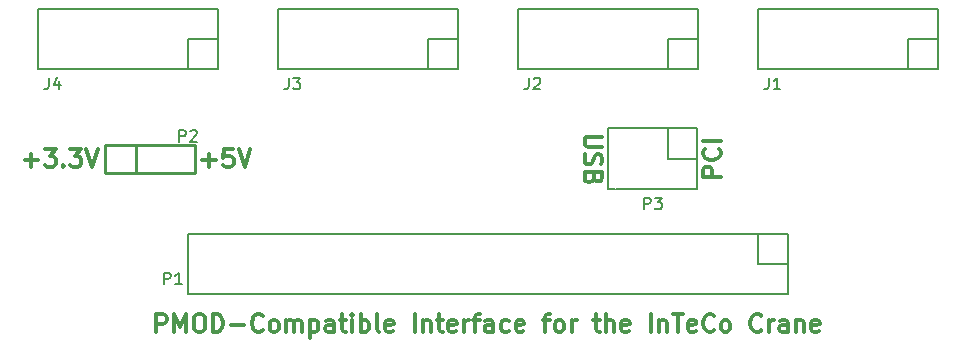
<source format=gbr>
G04 #@! TF.FileFunction,Legend,Top*
%FSLAX46Y46*%
G04 Gerber Fmt 4.6, Leading zero omitted, Abs format (unit mm)*
G04 Created by KiCad (PCBNEW 4.0.2+dfsg1-stable) date Wed 17 Oct 2018 17:21:07 BST*
%MOMM*%
G01*
G04 APERTURE LIST*
%ADD10C,0.100000*%
%ADD11C,0.300000*%
%ADD12C,0.150000*%
%ADD13C,0.254000*%
%ADD14C,0.200000*%
G04 APERTURE END LIST*
D10*
D11*
X157031429Y-93357143D02*
X155817143Y-93357143D01*
X155674286Y-93428571D01*
X155602857Y-93500000D01*
X155531429Y-93642857D01*
X155531429Y-93928571D01*
X155602857Y-94071429D01*
X155674286Y-94142857D01*
X155817143Y-94214286D01*
X157031429Y-94214286D01*
X155602857Y-94857143D02*
X155531429Y-95071429D01*
X155531429Y-95428572D01*
X155602857Y-95571429D01*
X155674286Y-95642858D01*
X155817143Y-95714286D01*
X155960000Y-95714286D01*
X156102857Y-95642858D01*
X156174286Y-95571429D01*
X156245714Y-95428572D01*
X156317143Y-95142858D01*
X156388571Y-95000000D01*
X156460000Y-94928572D01*
X156602857Y-94857143D01*
X156745714Y-94857143D01*
X156888571Y-94928572D01*
X156960000Y-95000000D01*
X157031429Y-95142858D01*
X157031429Y-95500000D01*
X156960000Y-95714286D01*
X156317143Y-96857143D02*
X156245714Y-97071429D01*
X156174286Y-97142857D01*
X156031429Y-97214286D01*
X155817143Y-97214286D01*
X155674286Y-97142857D01*
X155602857Y-97071429D01*
X155531429Y-96928571D01*
X155531429Y-96357143D01*
X157031429Y-96357143D01*
X157031429Y-96857143D01*
X156960000Y-97000000D01*
X156888571Y-97071429D01*
X156745714Y-97142857D01*
X156602857Y-97142857D01*
X156460000Y-97071429D01*
X156388571Y-97000000D01*
X156317143Y-96857143D01*
X156317143Y-96357143D01*
X167048571Y-96750000D02*
X165548571Y-96750000D01*
X165548571Y-96178572D01*
X165620000Y-96035714D01*
X165691429Y-95964286D01*
X165834286Y-95892857D01*
X166048571Y-95892857D01*
X166191429Y-95964286D01*
X166262857Y-96035714D01*
X166334286Y-96178572D01*
X166334286Y-96750000D01*
X166905714Y-94392857D02*
X166977143Y-94464286D01*
X167048571Y-94678572D01*
X167048571Y-94821429D01*
X166977143Y-95035714D01*
X166834286Y-95178572D01*
X166691429Y-95250000D01*
X166405714Y-95321429D01*
X166191429Y-95321429D01*
X165905714Y-95250000D01*
X165762857Y-95178572D01*
X165620000Y-95035714D01*
X165548571Y-94821429D01*
X165548571Y-94678572D01*
X165620000Y-94464286D01*
X165691429Y-94392857D01*
X167048571Y-93750000D02*
X165548571Y-93750000D01*
X108125001Y-95357143D02*
X109267858Y-95357143D01*
X108696429Y-95928571D02*
X108696429Y-94785714D01*
X109839287Y-94428571D02*
X110767858Y-94428571D01*
X110267858Y-95000000D01*
X110482144Y-95000000D01*
X110625001Y-95071429D01*
X110696430Y-95142857D01*
X110767858Y-95285714D01*
X110767858Y-95642857D01*
X110696430Y-95785714D01*
X110625001Y-95857143D01*
X110482144Y-95928571D01*
X110053572Y-95928571D01*
X109910715Y-95857143D01*
X109839287Y-95785714D01*
X111410715Y-95785714D02*
X111482143Y-95857143D01*
X111410715Y-95928571D01*
X111339286Y-95857143D01*
X111410715Y-95785714D01*
X111410715Y-95928571D01*
X111982144Y-94428571D02*
X112910715Y-94428571D01*
X112410715Y-95000000D01*
X112625001Y-95000000D01*
X112767858Y-95071429D01*
X112839287Y-95142857D01*
X112910715Y-95285714D01*
X112910715Y-95642857D01*
X112839287Y-95785714D01*
X112767858Y-95857143D01*
X112625001Y-95928571D01*
X112196429Y-95928571D01*
X112053572Y-95857143D01*
X111982144Y-95785714D01*
X113339286Y-94428571D02*
X113839286Y-95928571D01*
X114339286Y-94428571D01*
X123166429Y-95357143D02*
X124309286Y-95357143D01*
X123737857Y-95928571D02*
X123737857Y-94785714D01*
X125737858Y-94428571D02*
X125023572Y-94428571D01*
X124952143Y-95142857D01*
X125023572Y-95071429D01*
X125166429Y-95000000D01*
X125523572Y-95000000D01*
X125666429Y-95071429D01*
X125737858Y-95142857D01*
X125809286Y-95285714D01*
X125809286Y-95642857D01*
X125737858Y-95785714D01*
X125666429Y-95857143D01*
X125523572Y-95928571D01*
X125166429Y-95928571D01*
X125023572Y-95857143D01*
X124952143Y-95785714D01*
X126237857Y-94428571D02*
X126737857Y-95928571D01*
X127237857Y-94428571D01*
X119284286Y-109898571D02*
X119284286Y-108398571D01*
X119855714Y-108398571D01*
X119998572Y-108470000D01*
X120070000Y-108541429D01*
X120141429Y-108684286D01*
X120141429Y-108898571D01*
X120070000Y-109041429D01*
X119998572Y-109112857D01*
X119855714Y-109184286D01*
X119284286Y-109184286D01*
X120784286Y-109898571D02*
X120784286Y-108398571D01*
X121284286Y-109470000D01*
X121784286Y-108398571D01*
X121784286Y-109898571D01*
X122784286Y-108398571D02*
X123070000Y-108398571D01*
X123212858Y-108470000D01*
X123355715Y-108612857D01*
X123427143Y-108898571D01*
X123427143Y-109398571D01*
X123355715Y-109684286D01*
X123212858Y-109827143D01*
X123070000Y-109898571D01*
X122784286Y-109898571D01*
X122641429Y-109827143D01*
X122498572Y-109684286D01*
X122427143Y-109398571D01*
X122427143Y-108898571D01*
X122498572Y-108612857D01*
X122641429Y-108470000D01*
X122784286Y-108398571D01*
X124070001Y-109898571D02*
X124070001Y-108398571D01*
X124427144Y-108398571D01*
X124641429Y-108470000D01*
X124784287Y-108612857D01*
X124855715Y-108755714D01*
X124927144Y-109041429D01*
X124927144Y-109255714D01*
X124855715Y-109541429D01*
X124784287Y-109684286D01*
X124641429Y-109827143D01*
X124427144Y-109898571D01*
X124070001Y-109898571D01*
X125570001Y-109327143D02*
X126712858Y-109327143D01*
X128284287Y-109755714D02*
X128212858Y-109827143D01*
X127998572Y-109898571D01*
X127855715Y-109898571D01*
X127641430Y-109827143D01*
X127498572Y-109684286D01*
X127427144Y-109541429D01*
X127355715Y-109255714D01*
X127355715Y-109041429D01*
X127427144Y-108755714D01*
X127498572Y-108612857D01*
X127641430Y-108470000D01*
X127855715Y-108398571D01*
X127998572Y-108398571D01*
X128212858Y-108470000D01*
X128284287Y-108541429D01*
X129141430Y-109898571D02*
X128998572Y-109827143D01*
X128927144Y-109755714D01*
X128855715Y-109612857D01*
X128855715Y-109184286D01*
X128927144Y-109041429D01*
X128998572Y-108970000D01*
X129141430Y-108898571D01*
X129355715Y-108898571D01*
X129498572Y-108970000D01*
X129570001Y-109041429D01*
X129641430Y-109184286D01*
X129641430Y-109612857D01*
X129570001Y-109755714D01*
X129498572Y-109827143D01*
X129355715Y-109898571D01*
X129141430Y-109898571D01*
X130284287Y-109898571D02*
X130284287Y-108898571D01*
X130284287Y-109041429D02*
X130355715Y-108970000D01*
X130498573Y-108898571D01*
X130712858Y-108898571D01*
X130855715Y-108970000D01*
X130927144Y-109112857D01*
X130927144Y-109898571D01*
X130927144Y-109112857D02*
X130998573Y-108970000D01*
X131141430Y-108898571D01*
X131355715Y-108898571D01*
X131498573Y-108970000D01*
X131570001Y-109112857D01*
X131570001Y-109898571D01*
X132284287Y-108898571D02*
X132284287Y-110398571D01*
X132284287Y-108970000D02*
X132427144Y-108898571D01*
X132712858Y-108898571D01*
X132855715Y-108970000D01*
X132927144Y-109041429D01*
X132998573Y-109184286D01*
X132998573Y-109612857D01*
X132927144Y-109755714D01*
X132855715Y-109827143D01*
X132712858Y-109898571D01*
X132427144Y-109898571D01*
X132284287Y-109827143D01*
X134284287Y-109898571D02*
X134284287Y-109112857D01*
X134212858Y-108970000D01*
X134070001Y-108898571D01*
X133784287Y-108898571D01*
X133641430Y-108970000D01*
X134284287Y-109827143D02*
X134141430Y-109898571D01*
X133784287Y-109898571D01*
X133641430Y-109827143D01*
X133570001Y-109684286D01*
X133570001Y-109541429D01*
X133641430Y-109398571D01*
X133784287Y-109327143D01*
X134141430Y-109327143D01*
X134284287Y-109255714D01*
X134784287Y-108898571D02*
X135355716Y-108898571D01*
X134998573Y-108398571D02*
X134998573Y-109684286D01*
X135070001Y-109827143D01*
X135212859Y-109898571D01*
X135355716Y-109898571D01*
X135855716Y-109898571D02*
X135855716Y-108898571D01*
X135855716Y-108398571D02*
X135784287Y-108470000D01*
X135855716Y-108541429D01*
X135927144Y-108470000D01*
X135855716Y-108398571D01*
X135855716Y-108541429D01*
X136570002Y-109898571D02*
X136570002Y-108398571D01*
X136570002Y-108970000D02*
X136712859Y-108898571D01*
X136998573Y-108898571D01*
X137141430Y-108970000D01*
X137212859Y-109041429D01*
X137284288Y-109184286D01*
X137284288Y-109612857D01*
X137212859Y-109755714D01*
X137141430Y-109827143D01*
X136998573Y-109898571D01*
X136712859Y-109898571D01*
X136570002Y-109827143D01*
X138141431Y-109898571D02*
X137998573Y-109827143D01*
X137927145Y-109684286D01*
X137927145Y-108398571D01*
X139284287Y-109827143D02*
X139141430Y-109898571D01*
X138855716Y-109898571D01*
X138712859Y-109827143D01*
X138641430Y-109684286D01*
X138641430Y-109112857D01*
X138712859Y-108970000D01*
X138855716Y-108898571D01*
X139141430Y-108898571D01*
X139284287Y-108970000D01*
X139355716Y-109112857D01*
X139355716Y-109255714D01*
X138641430Y-109398571D01*
X141141430Y-109898571D02*
X141141430Y-108398571D01*
X141855716Y-108898571D02*
X141855716Y-109898571D01*
X141855716Y-109041429D02*
X141927144Y-108970000D01*
X142070002Y-108898571D01*
X142284287Y-108898571D01*
X142427144Y-108970000D01*
X142498573Y-109112857D01*
X142498573Y-109898571D01*
X142998573Y-108898571D02*
X143570002Y-108898571D01*
X143212859Y-108398571D02*
X143212859Y-109684286D01*
X143284287Y-109827143D01*
X143427145Y-109898571D01*
X143570002Y-109898571D01*
X144641430Y-109827143D02*
X144498573Y-109898571D01*
X144212859Y-109898571D01*
X144070002Y-109827143D01*
X143998573Y-109684286D01*
X143998573Y-109112857D01*
X144070002Y-108970000D01*
X144212859Y-108898571D01*
X144498573Y-108898571D01*
X144641430Y-108970000D01*
X144712859Y-109112857D01*
X144712859Y-109255714D01*
X143998573Y-109398571D01*
X145355716Y-109898571D02*
X145355716Y-108898571D01*
X145355716Y-109184286D02*
X145427144Y-109041429D01*
X145498573Y-108970000D01*
X145641430Y-108898571D01*
X145784287Y-108898571D01*
X146070001Y-108898571D02*
X146641430Y-108898571D01*
X146284287Y-109898571D02*
X146284287Y-108612857D01*
X146355715Y-108470000D01*
X146498573Y-108398571D01*
X146641430Y-108398571D01*
X147784287Y-109898571D02*
X147784287Y-109112857D01*
X147712858Y-108970000D01*
X147570001Y-108898571D01*
X147284287Y-108898571D01*
X147141430Y-108970000D01*
X147784287Y-109827143D02*
X147641430Y-109898571D01*
X147284287Y-109898571D01*
X147141430Y-109827143D01*
X147070001Y-109684286D01*
X147070001Y-109541429D01*
X147141430Y-109398571D01*
X147284287Y-109327143D01*
X147641430Y-109327143D01*
X147784287Y-109255714D01*
X149141430Y-109827143D02*
X148998573Y-109898571D01*
X148712859Y-109898571D01*
X148570001Y-109827143D01*
X148498573Y-109755714D01*
X148427144Y-109612857D01*
X148427144Y-109184286D01*
X148498573Y-109041429D01*
X148570001Y-108970000D01*
X148712859Y-108898571D01*
X148998573Y-108898571D01*
X149141430Y-108970000D01*
X150355715Y-109827143D02*
X150212858Y-109898571D01*
X149927144Y-109898571D01*
X149784287Y-109827143D01*
X149712858Y-109684286D01*
X149712858Y-109112857D01*
X149784287Y-108970000D01*
X149927144Y-108898571D01*
X150212858Y-108898571D01*
X150355715Y-108970000D01*
X150427144Y-109112857D01*
X150427144Y-109255714D01*
X149712858Y-109398571D01*
X151998572Y-108898571D02*
X152570001Y-108898571D01*
X152212858Y-109898571D02*
X152212858Y-108612857D01*
X152284286Y-108470000D01*
X152427144Y-108398571D01*
X152570001Y-108398571D01*
X153284287Y-109898571D02*
X153141429Y-109827143D01*
X153070001Y-109755714D01*
X152998572Y-109612857D01*
X152998572Y-109184286D01*
X153070001Y-109041429D01*
X153141429Y-108970000D01*
X153284287Y-108898571D01*
X153498572Y-108898571D01*
X153641429Y-108970000D01*
X153712858Y-109041429D01*
X153784287Y-109184286D01*
X153784287Y-109612857D01*
X153712858Y-109755714D01*
X153641429Y-109827143D01*
X153498572Y-109898571D01*
X153284287Y-109898571D01*
X154427144Y-109898571D02*
X154427144Y-108898571D01*
X154427144Y-109184286D02*
X154498572Y-109041429D01*
X154570001Y-108970000D01*
X154712858Y-108898571D01*
X154855715Y-108898571D01*
X156284286Y-108898571D02*
X156855715Y-108898571D01*
X156498572Y-108398571D02*
X156498572Y-109684286D01*
X156570000Y-109827143D01*
X156712858Y-109898571D01*
X156855715Y-109898571D01*
X157355715Y-109898571D02*
X157355715Y-108398571D01*
X157998572Y-109898571D02*
X157998572Y-109112857D01*
X157927143Y-108970000D01*
X157784286Y-108898571D01*
X157570001Y-108898571D01*
X157427143Y-108970000D01*
X157355715Y-109041429D01*
X159284286Y-109827143D02*
X159141429Y-109898571D01*
X158855715Y-109898571D01*
X158712858Y-109827143D01*
X158641429Y-109684286D01*
X158641429Y-109112857D01*
X158712858Y-108970000D01*
X158855715Y-108898571D01*
X159141429Y-108898571D01*
X159284286Y-108970000D01*
X159355715Y-109112857D01*
X159355715Y-109255714D01*
X158641429Y-109398571D01*
X161141429Y-109898571D02*
X161141429Y-108398571D01*
X161855715Y-108898571D02*
X161855715Y-109898571D01*
X161855715Y-109041429D02*
X161927143Y-108970000D01*
X162070001Y-108898571D01*
X162284286Y-108898571D01*
X162427143Y-108970000D01*
X162498572Y-109112857D01*
X162498572Y-109898571D01*
X162998572Y-108398571D02*
X163855715Y-108398571D01*
X163427144Y-109898571D02*
X163427144Y-108398571D01*
X164927143Y-109827143D02*
X164784286Y-109898571D01*
X164498572Y-109898571D01*
X164355715Y-109827143D01*
X164284286Y-109684286D01*
X164284286Y-109112857D01*
X164355715Y-108970000D01*
X164498572Y-108898571D01*
X164784286Y-108898571D01*
X164927143Y-108970000D01*
X164998572Y-109112857D01*
X164998572Y-109255714D01*
X164284286Y-109398571D01*
X166498572Y-109755714D02*
X166427143Y-109827143D01*
X166212857Y-109898571D01*
X166070000Y-109898571D01*
X165855715Y-109827143D01*
X165712857Y-109684286D01*
X165641429Y-109541429D01*
X165570000Y-109255714D01*
X165570000Y-109041429D01*
X165641429Y-108755714D01*
X165712857Y-108612857D01*
X165855715Y-108470000D01*
X166070000Y-108398571D01*
X166212857Y-108398571D01*
X166427143Y-108470000D01*
X166498572Y-108541429D01*
X167355715Y-109898571D02*
X167212857Y-109827143D01*
X167141429Y-109755714D01*
X167070000Y-109612857D01*
X167070000Y-109184286D01*
X167141429Y-109041429D01*
X167212857Y-108970000D01*
X167355715Y-108898571D01*
X167570000Y-108898571D01*
X167712857Y-108970000D01*
X167784286Y-109041429D01*
X167855715Y-109184286D01*
X167855715Y-109612857D01*
X167784286Y-109755714D01*
X167712857Y-109827143D01*
X167570000Y-109898571D01*
X167355715Y-109898571D01*
X170498572Y-109755714D02*
X170427143Y-109827143D01*
X170212857Y-109898571D01*
X170070000Y-109898571D01*
X169855715Y-109827143D01*
X169712857Y-109684286D01*
X169641429Y-109541429D01*
X169570000Y-109255714D01*
X169570000Y-109041429D01*
X169641429Y-108755714D01*
X169712857Y-108612857D01*
X169855715Y-108470000D01*
X170070000Y-108398571D01*
X170212857Y-108398571D01*
X170427143Y-108470000D01*
X170498572Y-108541429D01*
X171141429Y-109898571D02*
X171141429Y-108898571D01*
X171141429Y-109184286D02*
X171212857Y-109041429D01*
X171284286Y-108970000D01*
X171427143Y-108898571D01*
X171570000Y-108898571D01*
X172712857Y-109898571D02*
X172712857Y-109112857D01*
X172641428Y-108970000D01*
X172498571Y-108898571D01*
X172212857Y-108898571D01*
X172070000Y-108970000D01*
X172712857Y-109827143D02*
X172570000Y-109898571D01*
X172212857Y-109898571D01*
X172070000Y-109827143D01*
X171998571Y-109684286D01*
X171998571Y-109541429D01*
X172070000Y-109398571D01*
X172212857Y-109327143D01*
X172570000Y-109327143D01*
X172712857Y-109255714D01*
X173427143Y-108898571D02*
X173427143Y-109898571D01*
X173427143Y-109041429D02*
X173498571Y-108970000D01*
X173641429Y-108898571D01*
X173855714Y-108898571D01*
X173998571Y-108970000D01*
X174070000Y-109112857D01*
X174070000Y-109898571D01*
X175355714Y-109827143D02*
X175212857Y-109898571D01*
X174927143Y-109898571D01*
X174784286Y-109827143D01*
X174712857Y-109684286D01*
X174712857Y-109112857D01*
X174784286Y-108970000D01*
X174927143Y-108898571D01*
X175212857Y-108898571D01*
X175355714Y-108970000D01*
X175427143Y-109112857D01*
X175427143Y-109255714D01*
X174712857Y-109398571D01*
D12*
X185420000Y-87630000D02*
X185420000Y-82550000D01*
X170180000Y-87630000D02*
X170180000Y-82550000D01*
X170180000Y-82550000D02*
X185420000Y-82550000D01*
X185420000Y-85090000D02*
X182880000Y-85090000D01*
X182880000Y-85090000D02*
X182880000Y-87630000D01*
X185420000Y-87630000D02*
X170180000Y-87630000D01*
X172720000Y-106680000D02*
X121920000Y-106680000D01*
X121920000Y-101600000D02*
X172720000Y-101600000D01*
X170180000Y-101600000D02*
X170180000Y-104140000D01*
X170180000Y-104140000D02*
X172720000Y-104140000D01*
X121920000Y-106680000D02*
X121920000Y-101600000D01*
X172720000Y-101600000D02*
X172720000Y-106680000D01*
X165100000Y-87630000D02*
X165100000Y-82550000D01*
X149860000Y-87630000D02*
X149860000Y-82550000D01*
X149860000Y-82550000D02*
X165100000Y-82550000D01*
X165100000Y-85090000D02*
X162560000Y-85090000D01*
X162560000Y-85090000D02*
X162560000Y-87630000D01*
X165100000Y-87630000D02*
X149860000Y-87630000D01*
X144780000Y-87630000D02*
X144780000Y-82550000D01*
X129540000Y-87630000D02*
X129540000Y-82550000D01*
X129540000Y-82550000D02*
X144780000Y-82550000D01*
X144780000Y-85090000D02*
X142240000Y-85090000D01*
X142240000Y-85090000D02*
X142240000Y-87630000D01*
X144780000Y-87630000D02*
X129540000Y-87630000D01*
X124460000Y-87630000D02*
X124460000Y-82550000D01*
X109220000Y-87630000D02*
X109220000Y-82550000D01*
X109220000Y-82550000D02*
X124460000Y-82550000D01*
X124460000Y-85090000D02*
X121920000Y-85090000D01*
X121920000Y-85090000D02*
X121920000Y-87630000D01*
X124460000Y-87630000D02*
X109220000Y-87630000D01*
D13*
X117545000Y-94050000D02*
X117545000Y-96450000D01*
X115145000Y-96450000D02*
X122545000Y-96450000D01*
X122545000Y-96450000D02*
X122545000Y-94250000D01*
X122545000Y-94250000D02*
X122545000Y-94050000D01*
X122545000Y-94050000D02*
X114945000Y-94050000D01*
X114945000Y-94050000D02*
X114945000Y-96450000D01*
X114945000Y-96450000D02*
X115145000Y-96450000D01*
D12*
X162590000Y-92650000D02*
X157590000Y-92650000D01*
X157590000Y-92650000D02*
X157490000Y-92650000D01*
X157490000Y-92650000D02*
X157490000Y-97750000D01*
X157490000Y-97750000D02*
X158090000Y-97750000D01*
X162590000Y-95250000D02*
X165090000Y-95250000D01*
X162590000Y-95250000D02*
X162590000Y-92650000D01*
X162590000Y-92650000D02*
X165090000Y-92650000D01*
X165090000Y-92650000D02*
X165090000Y-97750000D01*
X165090000Y-97750000D02*
X158190000Y-97750000D01*
X171116667Y-88352381D02*
X171116667Y-89066667D01*
X171069047Y-89209524D01*
X170973809Y-89304762D01*
X170830952Y-89352381D01*
X170735714Y-89352381D01*
X172116667Y-89352381D02*
X171545238Y-89352381D01*
X171830952Y-89352381D02*
X171830952Y-88352381D01*
X171735714Y-88495238D01*
X171640476Y-88590476D01*
X171545238Y-88638095D01*
D14*
X119911905Y-105862381D02*
X119911905Y-104862381D01*
X120292858Y-104862381D01*
X120388096Y-104910000D01*
X120435715Y-104957619D01*
X120483334Y-105052857D01*
X120483334Y-105195714D01*
X120435715Y-105290952D01*
X120388096Y-105338571D01*
X120292858Y-105386190D01*
X119911905Y-105386190D01*
X121435715Y-105862381D02*
X120864286Y-105862381D01*
X121150000Y-105862381D02*
X121150000Y-104862381D01*
X121054762Y-105005238D01*
X120959524Y-105100476D01*
X120864286Y-105148095D01*
D12*
X150796667Y-88352381D02*
X150796667Y-89066667D01*
X150749047Y-89209524D01*
X150653809Y-89304762D01*
X150510952Y-89352381D01*
X150415714Y-89352381D01*
X151225238Y-88447619D02*
X151272857Y-88400000D01*
X151368095Y-88352381D01*
X151606191Y-88352381D01*
X151701429Y-88400000D01*
X151749048Y-88447619D01*
X151796667Y-88542857D01*
X151796667Y-88638095D01*
X151749048Y-88780952D01*
X151177619Y-89352381D01*
X151796667Y-89352381D01*
X130476667Y-88352381D02*
X130476667Y-89066667D01*
X130429047Y-89209524D01*
X130333809Y-89304762D01*
X130190952Y-89352381D01*
X130095714Y-89352381D01*
X130857619Y-88352381D02*
X131476667Y-88352381D01*
X131143333Y-88733333D01*
X131286191Y-88733333D01*
X131381429Y-88780952D01*
X131429048Y-88828571D01*
X131476667Y-88923810D01*
X131476667Y-89161905D01*
X131429048Y-89257143D01*
X131381429Y-89304762D01*
X131286191Y-89352381D01*
X131000476Y-89352381D01*
X130905238Y-89304762D01*
X130857619Y-89257143D01*
X110156667Y-88352381D02*
X110156667Y-89066667D01*
X110109047Y-89209524D01*
X110013809Y-89304762D01*
X109870952Y-89352381D01*
X109775714Y-89352381D01*
X111061429Y-88685714D02*
X111061429Y-89352381D01*
X110823333Y-88304762D02*
X110585238Y-89019048D01*
X111204286Y-89019048D01*
D14*
X121181905Y-93797381D02*
X121181905Y-92797381D01*
X121562858Y-92797381D01*
X121658096Y-92845000D01*
X121705715Y-92892619D01*
X121753334Y-92987857D01*
X121753334Y-93130714D01*
X121705715Y-93225952D01*
X121658096Y-93273571D01*
X121562858Y-93321190D01*
X121181905Y-93321190D01*
X122134286Y-92892619D02*
X122181905Y-92845000D01*
X122277143Y-92797381D01*
X122515239Y-92797381D01*
X122610477Y-92845000D01*
X122658096Y-92892619D01*
X122705715Y-92987857D01*
X122705715Y-93083095D01*
X122658096Y-93225952D01*
X122086667Y-93797381D01*
X122705715Y-93797381D01*
X160551905Y-99512381D02*
X160551905Y-98512381D01*
X160932858Y-98512381D01*
X161028096Y-98560000D01*
X161075715Y-98607619D01*
X161123334Y-98702857D01*
X161123334Y-98845714D01*
X161075715Y-98940952D01*
X161028096Y-98988571D01*
X160932858Y-99036190D01*
X160551905Y-99036190D01*
X161456667Y-98512381D02*
X162075715Y-98512381D01*
X161742381Y-98893333D01*
X161885239Y-98893333D01*
X161980477Y-98940952D01*
X162028096Y-98988571D01*
X162075715Y-99083810D01*
X162075715Y-99321905D01*
X162028096Y-99417143D01*
X161980477Y-99464762D01*
X161885239Y-99512381D01*
X161599524Y-99512381D01*
X161504286Y-99464762D01*
X161456667Y-99417143D01*
M02*

</source>
